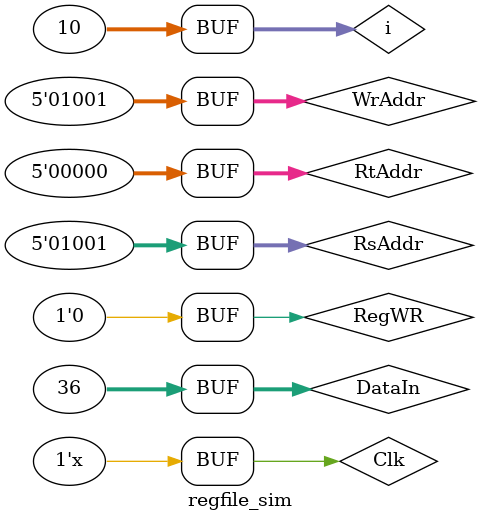
<source format=v>
`timescale 1ns / 1ps


module regfile_sim(

    );
    reg [31:0] DataIn;
    reg [4:0] RsAddr;
    reg [4:0] RtAddr;
    reg [4:0] WrAddr;
    reg RegWR;
    reg Clk;
    wire [31:0] RsData;
    wire [31:0] RtData;
    RegFile example(DataIn, RsAddr, RtAddr, WrAddr, RegWR, Clk, RsData, RtData);
    always begin
    #5 Clk = ~Clk;
    end
    integer i;
    initial begin
    #0 Clk = 0;
    RegWR = 1;
    RsAddr = 0;
    RtAddr = 0;
    WrAddr = 0;
    DataIn = 0;
    for(i=1; i<10; i=i+1) begin
    #10 WrAddr = i;
    DataIn = 4*i;
    end
    #10
    RegWR = 0;
    RtAddr = 9;
    for(i=1; i<10; i=i+1) begin
    #10 RsAddr = i;
    RtAddr = 9-i;
    end
    end
endmodule

</source>
